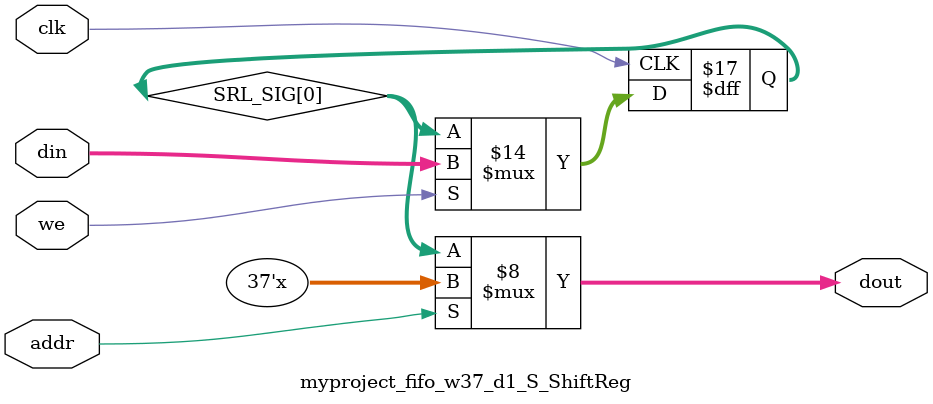
<source format=v>

`timescale 1ns/1ps

module myproject_fifo_w37_d1_S
#(parameter
    MEM_STYLE    = "shiftReg",
    DATA_WIDTH   = 37,
    ADDR_WIDTH   = 1,
    DEPTH        = 1)
(
    // system signal
    input  wire                  clk,
    input  wire                  reset,

    // write
    output wire                  if_full_n,
    input  wire                  if_write_ce,
    input  wire                  if_write,
    input  wire [DATA_WIDTH-1:0] if_din,
    
    // read 
    output wire [ADDR_WIDTH:0]   if_num_data_valid, // for FRP
    output wire [ADDR_WIDTH:0]   if_fifo_cap,       // for FRP

    output wire                  if_empty_n,
    input  wire                  if_read_ce,
    input  wire                  if_read,
    output wire [DATA_WIDTH-1:0] if_dout
);
//------------------------Parameter----------------------
localparam 
    SRL_DEPTH    = DEPTH,
    SRL_AWIDTH   = ADDR_WIDTH;
//------------------------Local signal-------------------
    reg  [SRL_AWIDTH-1:0] addr;
    wire                  push;
    wire                  pop;
    reg  [SRL_AWIDTH:0]   mOutPtr;
    reg                   empty_n = 1'b0;
    reg                   full_n = 1'b1; 

//------------------------Instantiation------------------
    myproject_fifo_w37_d1_S_ShiftReg 
    #(  .DATA_WIDTH (DATA_WIDTH),
        .ADDR_WIDTH (SRL_AWIDTH),
        .DEPTH      (SRL_DEPTH))
    U_myproject_fifo_w37_d1_S_ShiftReg (
        .clk        (clk),
        .we         (push),
        .addr       (addr),
        .din        (if_din),
        .dout       (if_dout)
    );
//------------------------Task and function--------------

//------------------------Body---------------------------
    // num_data_valid 
    assign if_num_data_valid = mOutPtr;
    assign if_fifo_cap       = DEPTH;

    // almost full/empty 

    // program full/empty 

    assign if_full_n  = full_n; 
    assign if_empty_n = empty_n;

    assign push       = full_n & if_write_ce & if_write;
    assign pop        = empty_n & if_read_ce & if_read;

    // addr
    always @(posedge clk) begin
        if (reset)
            addr <= {SRL_AWIDTH{1'b0}};
        else if (push & ~pop && empty_n)
            addr <= addr + 1'b1;
        else if (~push & pop && (mOutPtr != 1))
            addr <= addr - 1'b1;
    end

    // mOutPtr
    always @(posedge clk) begin
        if (reset)
            mOutPtr <= {SRL_AWIDTH+1{1'b0}};
        else if (push & ~pop)
            mOutPtr <= mOutPtr + 1'b1;
        else if (~push & pop)
            mOutPtr <= mOutPtr - 1'b1;
    end

    // full_n
    always @(posedge clk) begin
        if (reset)
            full_n <= 1'b1;
        else if ((push & ~pop) && (mOutPtr == DEPTH - 1))
            full_n <= 1'b0;
        else if (~push & pop)
            full_n <= 1'b1;
    end

    // empty_n
    always @(posedge clk) begin
        if (reset)
            empty_n <= 1'b0;
        else if (push & ~pop)
            empty_n <= 1'b1;
        else if ((~push & pop) && (mOutPtr == 1))
            empty_n <= 1'b0;
    end

    // almost_full_n 

    // almost_empty_n 

    // prog_full_n 
 
    // prog_empty_n 

endmodule  


module myproject_fifo_w37_d1_S_ShiftReg
#(parameter
    DATA_WIDTH  = 37,
    ADDR_WIDTH  = 1,
    DEPTH       = 1)
(
    input  wire                  clk,
    input  wire                  we,
    input  wire [ADDR_WIDTH-1:0] addr,
    input  wire [DATA_WIDTH-1:0] din,
    output wire [DATA_WIDTH-1:0] dout
);

    reg [DATA_WIDTH-1:0] SRL_SIG [0:DEPTH-1];
    integer i;

    always @(posedge clk) begin
        if (we) begin
            for (i=0; i<DEPTH-1; i=i+1)
                SRL_SIG[i+1] <= SRL_SIG[i];
            SRL_SIG[0] <= din;
        end
    end

    assign dout = SRL_SIG[addr];

endmodule
</source>
